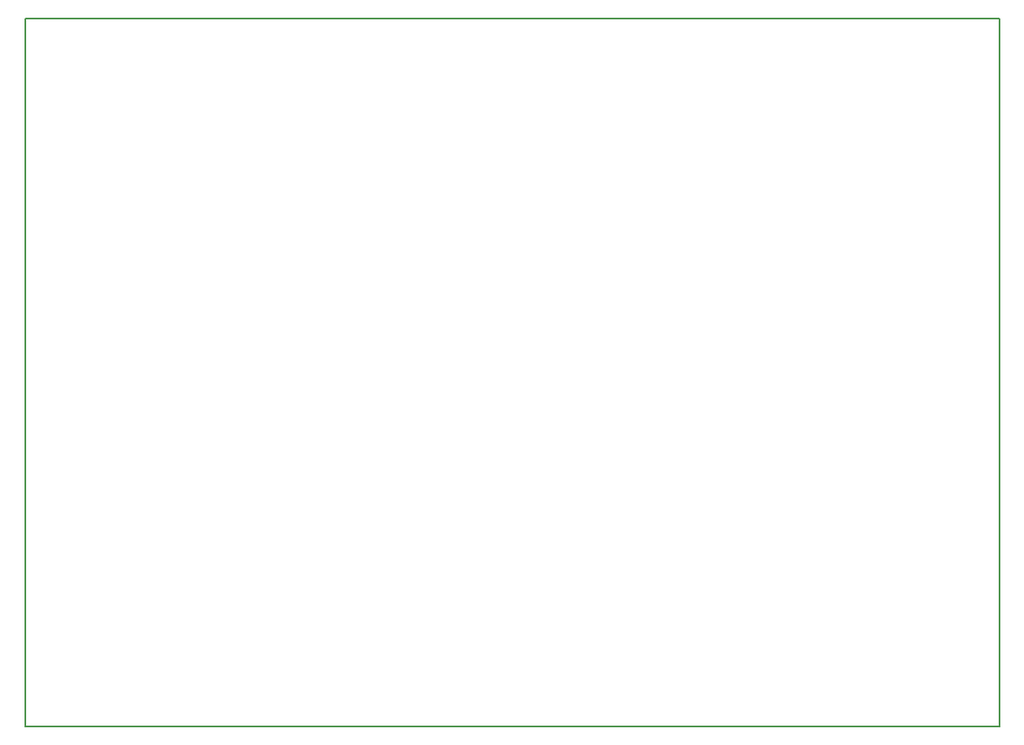
<source format=gm1>
G04 #@! TF.GenerationSoftware,KiCad,Pcbnew,5.0.0-rc2-be01b52~65~ubuntu16.04.1*
G04 #@! TF.CreationDate,2018-06-10T22:33:32-04:00*
G04 #@! TF.ProjectId,meta_breakout,6D6574615F627265616B6F75742E6B69,rev?*
G04 #@! TF.SameCoordinates,Original*
G04 #@! TF.FileFunction,Profile,NP*
%FSLAX46Y46*%
G04 Gerber Fmt 4.6, Leading zero omitted, Abs format (unit mm)*
G04 Created by KiCad (PCBNEW 5.0.0-rc2-be01b52~65~ubuntu16.04.1) date Sun Jun 10 22:33:32 2018*
%MOMM*%
%LPD*%
G01*
G04 APERTURE LIST*
%ADD10C,0.150000*%
G04 APERTURE END LIST*
D10*
X39675000Y-59525000D02*
X39675000Y-130645000D01*
X137465000Y-130645000D02*
X137465000Y-59525000D01*
X39675000Y-59525000D02*
X137465000Y-59525000D01*
X137465000Y-130645000D02*
X39675000Y-130645000D01*
M02*

</source>
